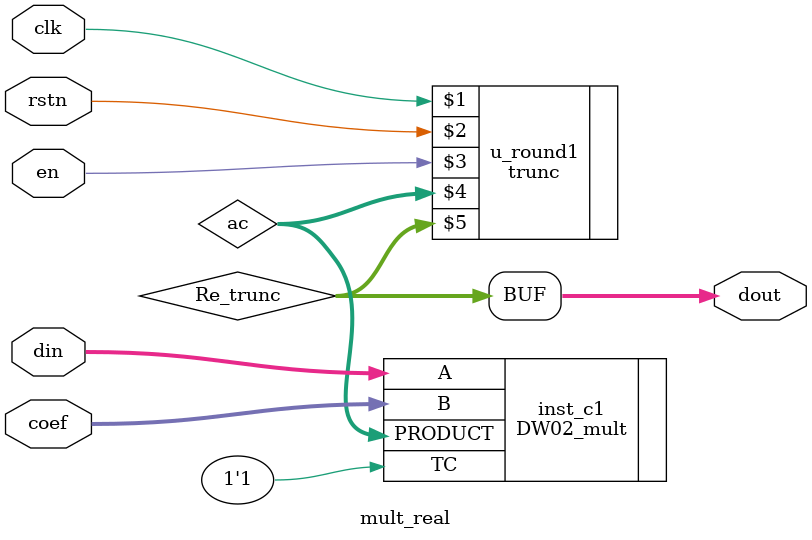
<source format=v>

module mult_real #(
 parameter    integer    A_width = 8
,parameter    integer    C_width = 8
,parameter    integer    o_width = 31//division

)

(
 input       rstn
,input       clk
,input       en
,input       signed  [A_width-1        :0]	din
,input       signed  [C_width-1        :0]	coef
,output      signed  [o_width-1        :0]	dout

);

wire	    signed  [A_width+C_width-1:0]	ac;
wire        signed  [o_width-1        :0]	Re_trunc;



DW02_mult	#(A_width,C_width) inst_c1   (
                        .A		    (din	),
						.B		    (coef	),
						.TC		    (1'b1	),
						.PRODUCT	(ac  	)
				);

trunc #(
	 .diw	(A_width+C_width		)
	,.msb	(A_width+C_width-2		)
	,.lsb	(A_width+C_width-o_width-1 	)
) u_round1 (clk, rstn, en, ac, Re_trunc);

assign	dout = Re_trunc;

endmodule

</source>
